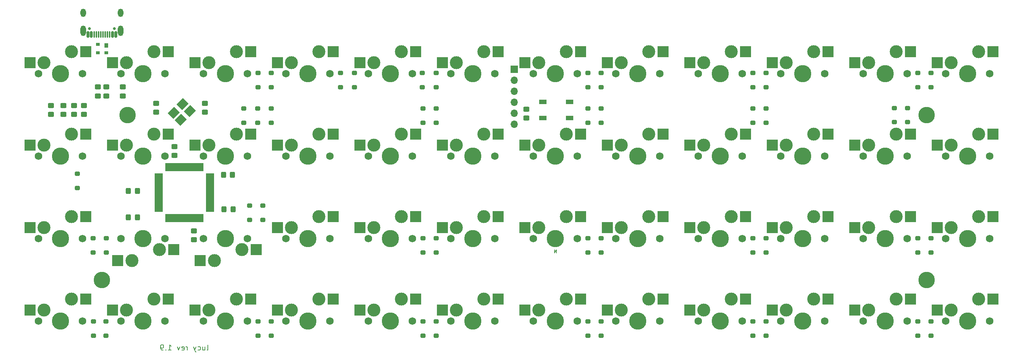
<source format=gbs>
G04 #@! TF.GenerationSoftware,KiCad,Pcbnew,(6.0.5-0)*
G04 #@! TF.CreationDate,2022-06-10T13:55:56-05:00*
G04 #@! TF.ProjectId,pcb,7063622e-6b69-4636-9164-5f7063625858,rev?*
G04 #@! TF.SameCoordinates,Original*
G04 #@! TF.FileFunction,Soldermask,Bot*
G04 #@! TF.FilePolarity,Negative*
%FSLAX46Y46*%
G04 Gerber Fmt 4.6, Leading zero omitted, Abs format (unit mm)*
G04 Created by KiCad (PCBNEW (6.0.5-0)) date 2022-06-10 13:55:56*
%MOMM*%
%LPD*%
G01*
G04 APERTURE LIST*
G04 Aperture macros list*
%AMRoundRect*
0 Rectangle with rounded corners*
0 $1 Rounding radius*
0 $2 $3 $4 $5 $6 $7 $8 $9 X,Y pos of 4 corners*
0 Add a 4 corners polygon primitive as box body*
4,1,4,$2,$3,$4,$5,$6,$7,$8,$9,$2,$3,0*
0 Add four circle primitives for the rounded corners*
1,1,$1+$1,$2,$3*
1,1,$1+$1,$4,$5*
1,1,$1+$1,$6,$7*
1,1,$1+$1,$8,$9*
0 Add four rect primitives between the rounded corners*
20,1,$1+$1,$2,$3,$4,$5,0*
20,1,$1+$1,$4,$5,$6,$7,0*
20,1,$1+$1,$6,$7,$8,$9,0*
20,1,$1+$1,$8,$9,$2,$3,0*%
%AMRotRect*
0 Rectangle, with rotation*
0 The origin of the aperture is its center*
0 $1 length*
0 $2 width*
0 $3 Rotation angle, in degrees counterclockwise*
0 Add horizontal line*
21,1,$1,$2,0,0,$3*%
G04 Aperture macros list end*
%ADD10C,0.150000*%
%ADD11C,0.200000*%
%ADD12C,3.800000*%
%ADD13R,2.550000X2.500000*%
%ADD14C,3.987800*%
%ADD15C,1.750000*%
%ADD16C,3.000000*%
%ADD17RoundRect,0.249999X-0.450001X0.325001X-0.450001X-0.325001X0.450001X-0.325001X0.450001X0.325001X0*%
%ADD18RoundRect,0.250000X0.350000X-0.250000X0.350000X0.250000X-0.350000X0.250000X-0.350000X-0.250000X0*%
%ADD19RoundRect,0.250000X-0.350000X0.250000X-0.350000X-0.250000X0.350000X-0.250000X0.350000X0.250000X0*%
%ADD20O,1.700000X1.700000*%
%ADD21R,1.700000X1.700000*%
%ADD22R,1.800000X1.100000*%
%ADD23RoundRect,0.200000X-0.750000X-0.250000X0.750000X-0.250000X0.750000X0.250000X-0.750000X0.250000X0*%
%ADD24RoundRect,0.200000X-0.250000X-0.750000X0.250000X-0.750000X0.250000X0.750000X-0.250000X0.750000X0*%
%ADD25RoundRect,0.249999X0.450001X-0.325001X0.450001X0.325001X-0.450001X0.325001X-0.450001X-0.325001X0*%
%ADD26RotRect,2.100000X1.800000X45.000000*%
%ADD27O,1.300000X2.400000*%
%ADD28O,1.300000X1.900000*%
%ADD29RoundRect,0.075000X-0.075000X-0.650000X0.075000X-0.650000X0.075000X0.650000X-0.075000X0.650000X0*%
%ADD30RoundRect,0.150000X-0.150000X-0.575000X0.150000X-0.575000X0.150000X0.575000X-0.150000X0.575000X0*%
%ADD31C,0.650000*%
%ADD32RoundRect,0.249999X-0.325001X-0.450001X0.325001X-0.450001X0.325001X0.450001X-0.325001X0.450001X0*%
%ADD33RoundRect,0.249999X0.325001X0.450001X-0.325001X0.450001X-0.325001X-0.450001X0.325001X-0.450001X0*%
%ADD34RoundRect,0.050000X-0.350000X0.500000X-0.350000X-0.500000X0.350000X-0.500000X0.350000X0.500000X0*%
%ADD35RoundRect,0.050000X-0.350000X0.300000X-0.350000X-0.300000X0.350000X-0.300000X0.350000X0.300000X0*%
G04 APERTURE END LIST*
D10*
X201390329Y-94632459D02*
X201390329Y-93832459D01*
X200990329Y-94632459D01*
X200990329Y-93832459D01*
D11*
X120750737Y-117065476D02*
X120869784Y-117005952D01*
X120929308Y-116886904D01*
X120929308Y-115815476D01*
X119738832Y-116232142D02*
X119738832Y-117065476D01*
X120274546Y-116232142D02*
X120274546Y-116886904D01*
X120215022Y-117005952D01*
X120095975Y-117065476D01*
X119917403Y-117065476D01*
X119798356Y-117005952D01*
X119738832Y-116946428D01*
X118607880Y-117005952D02*
X118726927Y-117065476D01*
X118965022Y-117065476D01*
X119084070Y-117005952D01*
X119143594Y-116946428D01*
X119203118Y-116827380D01*
X119203118Y-116470238D01*
X119143594Y-116351190D01*
X119084070Y-116291666D01*
X118965022Y-116232142D01*
X118726927Y-116232142D01*
X118607880Y-116291666D01*
X118191213Y-116232142D02*
X117893594Y-117065476D01*
X117595975Y-116232142D02*
X117893594Y-117065476D01*
X118012641Y-117363095D01*
X118072165Y-117422619D01*
X118191213Y-117482142D01*
X116167403Y-117065476D02*
X116167403Y-116232142D01*
X116167403Y-116470238D02*
X116107880Y-116351190D01*
X116048356Y-116291666D01*
X115929308Y-116232142D01*
X115810260Y-116232142D01*
X114917403Y-117005952D02*
X115036451Y-117065476D01*
X115274546Y-117065476D01*
X115393594Y-117005952D01*
X115453118Y-116886904D01*
X115453118Y-116410714D01*
X115393594Y-116291666D01*
X115274546Y-116232142D01*
X115036451Y-116232142D01*
X114917403Y-116291666D01*
X114857880Y-116410714D01*
X114857880Y-116529761D01*
X115453118Y-116648809D01*
X114441213Y-116232142D02*
X114143594Y-117065476D01*
X113845975Y-116232142D01*
X111762641Y-117065476D02*
X112476927Y-117065476D01*
X112119784Y-117065476D02*
X112119784Y-115815476D01*
X112238832Y-115994047D01*
X112357880Y-116113095D01*
X112476927Y-116172619D01*
X111226927Y-116946428D02*
X111167403Y-117005952D01*
X111226927Y-117065476D01*
X111286451Y-117005952D01*
X111226927Y-116946428D01*
X111226927Y-117065476D01*
X110572165Y-117065476D02*
X110334070Y-117065476D01*
X110215022Y-117005952D01*
X110155499Y-116946428D01*
X110036451Y-116767857D01*
X109976927Y-116529761D01*
X109976927Y-116053571D01*
X110036451Y-115934523D01*
X110095975Y-115875000D01*
X110215022Y-115815476D01*
X110453118Y-115815476D01*
X110572165Y-115875000D01*
X110631689Y-115934523D01*
X110691213Y-116053571D01*
X110691213Y-116351190D01*
X110631689Y-116470238D01*
X110572165Y-116529761D01*
X110453118Y-116589285D01*
X110215022Y-116589285D01*
X110095975Y-116529761D01*
X110036451Y-116470238D01*
X109976927Y-116351190D01*
D12*
X286915401Y-62718966D03*
X102368371Y-62718966D03*
X286915401Y-100818998D03*
X96415241Y-100818998D03*
D13*
X130832225Y-48113950D03*
X117905225Y-50653950D03*
D14*
X124990225Y-53193950D03*
D15*
X130070225Y-53193950D03*
D16*
X121180225Y-50653950D03*
X127530225Y-48113950D03*
D15*
X119910225Y-53193950D03*
D13*
X207032225Y-48113950D03*
X194105225Y-50653950D03*
D15*
X206270225Y-53193950D03*
D14*
X201190225Y-53193950D03*
D16*
X197380225Y-50653950D03*
D15*
X196110225Y-53193950D03*
D16*
X203730225Y-48113950D03*
D13*
X187982225Y-48113950D03*
X175055225Y-50653950D03*
D14*
X182140225Y-53193950D03*
D16*
X178330225Y-50653950D03*
X184680225Y-48113950D03*
D15*
X187220225Y-53193950D03*
X177060225Y-53193950D03*
D13*
X168932225Y-48113950D03*
X156005225Y-50653950D03*
D16*
X165630225Y-48113950D03*
X159280225Y-50653950D03*
D15*
X158010225Y-53193950D03*
D14*
X163090225Y-53193950D03*
D15*
X168170225Y-53193950D03*
D13*
X92732225Y-48113950D03*
X79805225Y-50653950D03*
D15*
X91970225Y-53193950D03*
D16*
X89430225Y-48113950D03*
X83080225Y-50653950D03*
D15*
X81810225Y-53193950D03*
D14*
X86890225Y-53193950D03*
D13*
X226082225Y-48113950D03*
X213155225Y-50653950D03*
D16*
X222780225Y-48113950D03*
D15*
X225320225Y-53193950D03*
D16*
X216430225Y-50653950D03*
D15*
X215160225Y-53193950D03*
D14*
X220240225Y-53193950D03*
D13*
X245132225Y-48113950D03*
X232205225Y-50653950D03*
D16*
X235480225Y-50653950D03*
X241830225Y-48113950D03*
D15*
X244370225Y-53193950D03*
X234210225Y-53193950D03*
D14*
X239290225Y-53193950D03*
D13*
X92732225Y-67163950D03*
X79805225Y-69703950D03*
D14*
X86890225Y-72243950D03*
D16*
X89430225Y-67163950D03*
X83080225Y-69703950D03*
D15*
X81810225Y-72243950D03*
X91970225Y-72243950D03*
D13*
X111782225Y-67163950D03*
X98855225Y-69703950D03*
D15*
X111020225Y-72243950D03*
X100860225Y-72243950D03*
D14*
X105940225Y-72243950D03*
D16*
X108480225Y-67163950D03*
X102130225Y-69703950D03*
D13*
X149887399Y-67163950D03*
X136960399Y-69703950D03*
D16*
X140235399Y-69703950D03*
X146585399Y-67163950D03*
D15*
X149125399Y-72243950D03*
D14*
X144045399Y-72243950D03*
D15*
X138965399Y-72243950D03*
D13*
X283232225Y-48113950D03*
X270305225Y-50653950D03*
D15*
X272310225Y-53193950D03*
D14*
X277390225Y-53193950D03*
D16*
X279930225Y-48113950D03*
D15*
X282470225Y-53193950D03*
D16*
X273580225Y-50653950D03*
D13*
X168932225Y-67163950D03*
X156005225Y-69703950D03*
D16*
X165630225Y-67163950D03*
X159280225Y-69703950D03*
D15*
X168170225Y-72243950D03*
D14*
X163090225Y-72243950D03*
D15*
X158010225Y-72243950D03*
D13*
X187982225Y-67163950D03*
X175055225Y-69703950D03*
D14*
X182140225Y-72243950D03*
D16*
X178330225Y-69703950D03*
D15*
X187220225Y-72243950D03*
D16*
X184680225Y-67163950D03*
D15*
X177060225Y-72243950D03*
D13*
X207032225Y-67163950D03*
X194105225Y-69703950D03*
D15*
X206270225Y-72243950D03*
D16*
X197380225Y-69703950D03*
X203730225Y-67163950D03*
D15*
X196110225Y-72243950D03*
D14*
X201190225Y-72243950D03*
D13*
X111782225Y-105263950D03*
X98855225Y-107803950D03*
D16*
X108480225Y-105263950D03*
D15*
X111020225Y-110343950D03*
D16*
X102130225Y-107803950D03*
D15*
X100860225Y-110343950D03*
D14*
X105940225Y-110343950D03*
D13*
X130832225Y-105263950D03*
X117905225Y-107803950D03*
D15*
X130070225Y-110343950D03*
D16*
X127530225Y-105263950D03*
D15*
X119910225Y-110343950D03*
D16*
X121180225Y-107803950D03*
D14*
X124990225Y-110343950D03*
D13*
X149882225Y-105263950D03*
X136955225Y-107803950D03*
D16*
X140230225Y-107803950D03*
D15*
X138960225Y-110343950D03*
D16*
X146580225Y-105263950D03*
D14*
X144040225Y-110343950D03*
D15*
X149120225Y-110343950D03*
D13*
X168932225Y-105263950D03*
X156005225Y-107803950D03*
D15*
X158010225Y-110343950D03*
D16*
X165630225Y-105263950D03*
D14*
X163090225Y-110343950D03*
D15*
X168170225Y-110343950D03*
D16*
X159280225Y-107803950D03*
D13*
X187982225Y-105263950D03*
X175055225Y-107803950D03*
D16*
X184680225Y-105263950D03*
D14*
X182140225Y-110343950D03*
D15*
X187220225Y-110343950D03*
D16*
X178330225Y-107803950D03*
D15*
X177060225Y-110343950D03*
D13*
X226082225Y-105263950D03*
X213155225Y-107803950D03*
D16*
X222780225Y-105263950D03*
D15*
X215160225Y-110343950D03*
D14*
X220240225Y-110343950D03*
D16*
X216430225Y-107803950D03*
D15*
X225320225Y-110343950D03*
D13*
X245132225Y-105263950D03*
X232205225Y-107803950D03*
D14*
X239290225Y-110343950D03*
D16*
X241830225Y-105263950D03*
D15*
X234210225Y-110343950D03*
X244370225Y-110343950D03*
D16*
X235480225Y-107803950D03*
D13*
X264182225Y-105263950D03*
X251255225Y-107803950D03*
D15*
X263420225Y-110343950D03*
D16*
X260880225Y-105263950D03*
D15*
X253260225Y-110343950D03*
D16*
X254530225Y-107803950D03*
D14*
X258340225Y-110343950D03*
D13*
X283232225Y-105263950D03*
X270305225Y-107803950D03*
D15*
X282470225Y-110343950D03*
X272310225Y-110343950D03*
D16*
X273580225Y-107803950D03*
D14*
X277390225Y-110343950D03*
D16*
X279930225Y-105263950D03*
D13*
X207032225Y-105263950D03*
X194105225Y-107803950D03*
D15*
X206270225Y-110343950D03*
D14*
X201190225Y-110343950D03*
D16*
X197380225Y-107803950D03*
X203730225Y-105263950D03*
D15*
X196110225Y-110343950D03*
D13*
X283232225Y-86213950D03*
X270305225Y-88753950D03*
D15*
X272310225Y-91293950D03*
D16*
X273580225Y-88753950D03*
D14*
X277390225Y-91293950D03*
D16*
X279930225Y-86213950D03*
D15*
X282470225Y-91293950D03*
D13*
X264182225Y-86213950D03*
X251255225Y-88753950D03*
D15*
X253260225Y-91293950D03*
X263420225Y-91293950D03*
D16*
X260880225Y-86213950D03*
D14*
X258340225Y-91293950D03*
D16*
X254530225Y-88753950D03*
D13*
X226082225Y-86213950D03*
X213155225Y-88753950D03*
D16*
X216430225Y-88753950D03*
D15*
X225320225Y-91293950D03*
D14*
X220240225Y-91293950D03*
D15*
X215160225Y-91293950D03*
D16*
X222780225Y-86213950D03*
D13*
X187982225Y-86213950D03*
X175055225Y-88753950D03*
D16*
X184680225Y-86213950D03*
D14*
X182140225Y-91293950D03*
D16*
X178330225Y-88753950D03*
D15*
X177060225Y-91293950D03*
X187220225Y-91293950D03*
D13*
X149882225Y-86213950D03*
X136955225Y-88753950D03*
D16*
X140230225Y-88753950D03*
D15*
X138960225Y-91293950D03*
X149120225Y-91293950D03*
D14*
X144040225Y-91293950D03*
D16*
X146580225Y-86213950D03*
D13*
X92732225Y-86213950D03*
X79805225Y-88753950D03*
D15*
X91970225Y-91293950D03*
D16*
X83080225Y-88753950D03*
X89430225Y-86213950D03*
D14*
X86890225Y-91293950D03*
D15*
X81810225Y-91293950D03*
D13*
X168932225Y-86213950D03*
X156005225Y-88753950D03*
D16*
X165630225Y-86213950D03*
X159280225Y-88753950D03*
D15*
X158010225Y-91293950D03*
D14*
X163090225Y-91293950D03*
D15*
X168170225Y-91293950D03*
D13*
X302282225Y-67163950D03*
X289355225Y-69703950D03*
D15*
X301520225Y-72243950D03*
D16*
X292630225Y-69703950D03*
D15*
X291360225Y-72243950D03*
D14*
X296440225Y-72243950D03*
D16*
X298980225Y-67163950D03*
D13*
X119148225Y-96373950D03*
X132075225Y-93833950D03*
D15*
X119910225Y-91293950D03*
D14*
X124990225Y-91293950D03*
D16*
X122450225Y-96373950D03*
D15*
X130070225Y-91293950D03*
D16*
X128800225Y-93833950D03*
D13*
X100098225Y-96373950D03*
X113025225Y-93833950D03*
D15*
X111020225Y-91293950D03*
D16*
X109750225Y-93833950D03*
X103400225Y-96373950D03*
D14*
X105940225Y-91293950D03*
D15*
X100860225Y-91293950D03*
D13*
X264182225Y-67163950D03*
X251255225Y-69703950D03*
D16*
X260880225Y-67163950D03*
D15*
X253260225Y-72243950D03*
D14*
X258340225Y-72243950D03*
D15*
X263420225Y-72243950D03*
D16*
X254530225Y-69703950D03*
D13*
X245132225Y-67163950D03*
X232205225Y-69703950D03*
D16*
X241830225Y-67163950D03*
D15*
X234210225Y-72243950D03*
D14*
X239290225Y-72243950D03*
D16*
X235480225Y-69703950D03*
D15*
X244370225Y-72243950D03*
D13*
X283232225Y-67163950D03*
X270305225Y-69703950D03*
D14*
X277390225Y-72243950D03*
D16*
X279930225Y-67163950D03*
D15*
X282470225Y-72243950D03*
D16*
X273580225Y-69703950D03*
D15*
X272310225Y-72243950D03*
D13*
X302282225Y-105263950D03*
X289355225Y-107803950D03*
D15*
X291360225Y-110343950D03*
X301520225Y-110343950D03*
D14*
X296440225Y-110343950D03*
D16*
X292630225Y-107803950D03*
X298980225Y-105263950D03*
D13*
X302282225Y-86213950D03*
X289355225Y-88753950D03*
D15*
X291360225Y-91293950D03*
D16*
X292630225Y-88753950D03*
X298980225Y-86213950D03*
D14*
X296440225Y-91293950D03*
D15*
X301520225Y-91293950D03*
D13*
X302282225Y-48113950D03*
X289355225Y-50653950D03*
D16*
X298980225Y-48113950D03*
D15*
X291360225Y-53193950D03*
D14*
X296440225Y-53193950D03*
D15*
X301520225Y-53193950D03*
D16*
X292630225Y-50653950D03*
D13*
X111782225Y-48113950D03*
X98855225Y-50653950D03*
D16*
X102130225Y-50653950D03*
D14*
X105940225Y-53193950D03*
D16*
X108480225Y-48113950D03*
D15*
X100860225Y-53193950D03*
X111020225Y-53193950D03*
D13*
X149882225Y-48113950D03*
X136955225Y-50653950D03*
D16*
X146580225Y-48113950D03*
D14*
X144040225Y-53193950D03*
D15*
X138960225Y-53193950D03*
D16*
X140230225Y-50653950D03*
D15*
X149120225Y-53193950D03*
D13*
X207032225Y-86213950D03*
X194105225Y-88753950D03*
D16*
X203730225Y-86213950D03*
D15*
X196110225Y-91293950D03*
X206270225Y-91293950D03*
D16*
X197380225Y-88753950D03*
D14*
X201190225Y-91293950D03*
D13*
X245132225Y-86213950D03*
X232205225Y-88753950D03*
D16*
X235480225Y-88753950D03*
D15*
X244370225Y-91293950D03*
D16*
X241830225Y-86213950D03*
D15*
X234210225Y-91293950D03*
D14*
X239290225Y-91293950D03*
D13*
X92732225Y-105263950D03*
X79805225Y-107803950D03*
D16*
X83080225Y-107803950D03*
D15*
X81810225Y-110343950D03*
X91970225Y-110343950D03*
D16*
X89430225Y-105263950D03*
D14*
X86890225Y-110343950D03*
D13*
X264182225Y-48113950D03*
X251255225Y-50653950D03*
D16*
X254530225Y-50653950D03*
X260880225Y-48113950D03*
D14*
X258340225Y-53193950D03*
D15*
X253260225Y-53193950D03*
X263420225Y-53193950D03*
D13*
X130832225Y-67163950D03*
X117905225Y-69703950D03*
D15*
X130070225Y-72243950D03*
D14*
X124990225Y-72243950D03*
D16*
X127530225Y-67163950D03*
X121180225Y-69703950D03*
D15*
X119910225Y-72243950D03*
D13*
X226082225Y-67163950D03*
X213155225Y-69703950D03*
D15*
X215160225Y-72243950D03*
D16*
X222780225Y-67163950D03*
D15*
X225320225Y-72243950D03*
D14*
X220240225Y-72243950D03*
D16*
X216430225Y-69703950D03*
D17*
X117690625Y-89531250D03*
X117690625Y-91581250D03*
D18*
X97490625Y-94506250D03*
X97490625Y-91206250D03*
D19*
X208681415Y-61206250D03*
X208681415Y-64506250D03*
X170581415Y-61206250D03*
X170581415Y-64506250D03*
X135581415Y-61206250D03*
X135581415Y-64506250D03*
X129190625Y-61206250D03*
X129190625Y-64506250D03*
D18*
X284890625Y-56306250D03*
X284890625Y-53006250D03*
X249881415Y-56306250D03*
X249881415Y-53006250D03*
X211781415Y-56306250D03*
X211781415Y-53006250D03*
X208681415Y-56306250D03*
X208681415Y-53006250D03*
X173651789Y-56333377D03*
X173651789Y-53033377D03*
X170476789Y-56333377D03*
X170476789Y-53033377D03*
X154751789Y-56306250D03*
X154751789Y-53006250D03*
X287990625Y-113750000D03*
X287990625Y-110450000D03*
X284890625Y-113750000D03*
X284890625Y-110450000D03*
X249890625Y-113713123D03*
X249890625Y-110413123D03*
X246790625Y-113706250D03*
X246790625Y-110406250D03*
X211783999Y-113706250D03*
X211783999Y-110406250D03*
X208700000Y-113706250D03*
X208700000Y-110406250D03*
X211790625Y-94506250D03*
X211790625Y-91206250D03*
D19*
X279465225Y-61106250D03*
X279465225Y-64406250D03*
D18*
X208690625Y-94506250D03*
X208690625Y-91206250D03*
X170585999Y-94506250D03*
X170585999Y-91206250D03*
X130590625Y-87006250D03*
X130590625Y-83706250D03*
D19*
X282565225Y-61106250D03*
X282565225Y-64406250D03*
D18*
X284890625Y-94506250D03*
X284890625Y-91206250D03*
X249890625Y-94506250D03*
X249890625Y-91206250D03*
X246790625Y-94506250D03*
X246790625Y-91206250D03*
X173690625Y-113706250D03*
X173690625Y-110406250D03*
X151576789Y-56306250D03*
X151576789Y-53006250D03*
D19*
X211781415Y-61206250D03*
X211781415Y-64506250D03*
D20*
X191665313Y-64901767D03*
X191665313Y-54741767D03*
X191665313Y-59821767D03*
X191665313Y-62361767D03*
X191665313Y-57281767D03*
D21*
X191665313Y-52201767D03*
D18*
X287990625Y-56306250D03*
X287990625Y-53006250D03*
D22*
X198300000Y-59743950D03*
X204500000Y-63443950D03*
X198300000Y-63443950D03*
X204500000Y-59743950D03*
D23*
X109590625Y-84656250D03*
X109590625Y-83856250D03*
X109590625Y-83056250D03*
X109590625Y-82256250D03*
X109590625Y-81456250D03*
X109590625Y-80656250D03*
X109590625Y-79856250D03*
X109590625Y-79056250D03*
X109590625Y-78256250D03*
X109590625Y-77456250D03*
X109590625Y-76656250D03*
D24*
X111490625Y-74756250D03*
X112290625Y-74756250D03*
X113090625Y-74756250D03*
X113890625Y-74756250D03*
X114690625Y-74756250D03*
X115490625Y-74756250D03*
X116290625Y-74756250D03*
X117090625Y-74756250D03*
X117890625Y-74756250D03*
X118690625Y-74756250D03*
X119490625Y-74756250D03*
D23*
X121390625Y-76656250D03*
X121390625Y-77456250D03*
X121390625Y-78256250D03*
X121390625Y-79056250D03*
X121390625Y-79856250D03*
X121390625Y-80656250D03*
X121390625Y-81456250D03*
X121390625Y-82256250D03*
X121390625Y-83056250D03*
X121390625Y-83856250D03*
X121390625Y-84656250D03*
D24*
X119490625Y-86556250D03*
X118690625Y-86556250D03*
X117890625Y-86556250D03*
X117090625Y-86556250D03*
X116290625Y-86556250D03*
X115490625Y-86556250D03*
X114690625Y-86556250D03*
X113890625Y-86556250D03*
X113090625Y-86556250D03*
X112290625Y-86556250D03*
X111490625Y-86556250D03*
D25*
X113190625Y-72081250D03*
X113190625Y-70031250D03*
X120190625Y-62081250D03*
X120190625Y-60031250D03*
X108990225Y-62118950D03*
X108990225Y-60068950D03*
D26*
X113052147Y-62268382D03*
X115102757Y-60217772D03*
X116729103Y-61844118D03*
X114678493Y-63894728D03*
D25*
X92290225Y-62618950D03*
X92290225Y-60568950D03*
D27*
X92139825Y-43314877D03*
D28*
X92139825Y-39114877D03*
X100739825Y-39114877D03*
D27*
X100739825Y-43314877D03*
D29*
X94689825Y-44089877D03*
X95689825Y-44089877D03*
X97189825Y-44089877D03*
X98189825Y-44089877D03*
D30*
X98889825Y-44089877D03*
X99689825Y-44089877D03*
D29*
X97689825Y-44089877D03*
X96689825Y-44089877D03*
X96185825Y-44089877D03*
X95189825Y-44089877D03*
D30*
X93989825Y-44089877D03*
X93189825Y-44089877D03*
D31*
X99329825Y-42763877D03*
X93549825Y-42763877D03*
D25*
X97490625Y-58318950D03*
X97490625Y-56268950D03*
X84689825Y-62618950D03*
X84689825Y-60568950D03*
D17*
X89989825Y-60568950D03*
X89989825Y-62618950D03*
D25*
X87589825Y-62618950D03*
X87589825Y-60568950D03*
D18*
X135590625Y-113706250D03*
X135590625Y-110406250D03*
X132490625Y-113713123D03*
X132490625Y-110413123D03*
D32*
X124565625Y-76556250D03*
X126615625Y-76556250D03*
D25*
X95490625Y-58318950D03*
X95490625Y-56268950D03*
D33*
X104615625Y-86356250D03*
X102565625Y-86356250D03*
X104615625Y-80256250D03*
X102565625Y-80256250D03*
X126715625Y-84500000D03*
X124665625Y-84500000D03*
D19*
X90790225Y-76343950D03*
X90790225Y-79643950D03*
D18*
X94490225Y-113743950D03*
X94490225Y-110443950D03*
X97390225Y-113743950D03*
X97390225Y-110443950D03*
X170590625Y-113706250D03*
X170590625Y-110406250D03*
X133590625Y-87006250D03*
X133590625Y-83706250D03*
X173650000Y-94506250D03*
X173650000Y-91206250D03*
X287990625Y-94506250D03*
X287990625Y-91206250D03*
X94390625Y-94506250D03*
X94390625Y-91206250D03*
X135581415Y-56306250D03*
X135581415Y-53006250D03*
X246781415Y-56306250D03*
X246781415Y-53006250D03*
X132490625Y-56299950D03*
X132490625Y-52999950D03*
D25*
X194490225Y-63418950D03*
X194490225Y-61368950D03*
D19*
X249881415Y-61206250D03*
X249881415Y-64506250D03*
X246781415Y-61206250D03*
X246781415Y-64506250D03*
X173681415Y-61206250D03*
X173681415Y-64506250D03*
X132431415Y-61206250D03*
X132431415Y-64506250D03*
D25*
X101290225Y-58318950D03*
X101290225Y-56268950D03*
D34*
X97490625Y-46643950D03*
D35*
X97490625Y-48343950D03*
X95490625Y-48343950D03*
X95490625Y-46443950D03*
M02*

</source>
